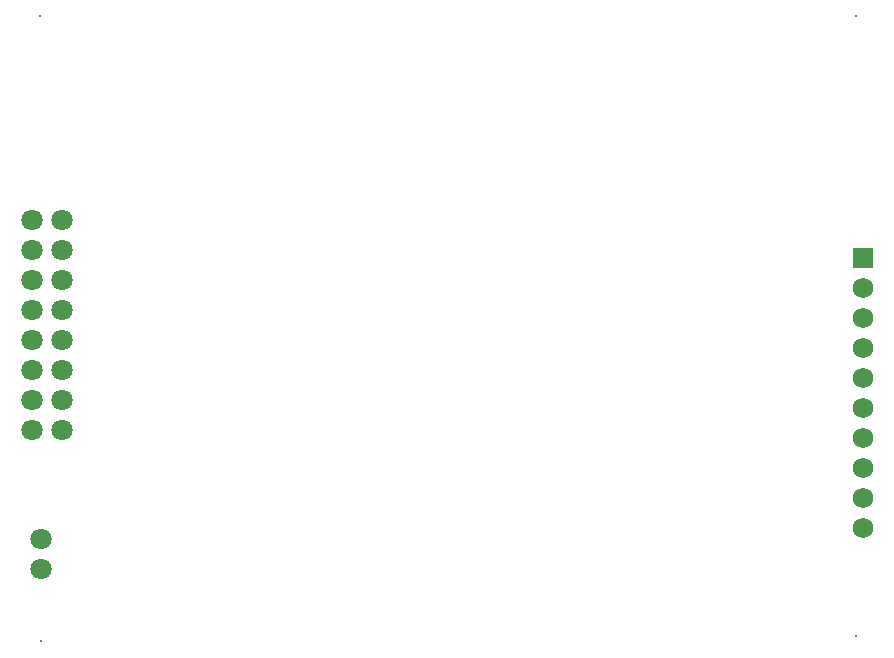
<source format=gbs>
G04 Layer_Color=16711935*
%FSLAX25Y25*%
%MOIN*%
G70*
G01*
G75*
%ADD57C,0.07099*%
%ADD58R,0.06800X0.06800*%
%ADD59C,0.06800*%
%ADD60R,0.00800X0.00800*%
D57*
X96457Y146614D02*
D03*
Y136614D02*
D03*
X93543Y182992D02*
D03*
Y192992D02*
D03*
Y202992D02*
D03*
Y212992D02*
D03*
Y222992D02*
D03*
Y232992D02*
D03*
Y242992D02*
D03*
Y252992D02*
D03*
X103543Y192992D02*
D03*
Y202992D02*
D03*
Y212992D02*
D03*
Y222992D02*
D03*
Y232992D02*
D03*
Y242992D02*
D03*
Y182992D02*
D03*
Y252992D02*
D03*
D58*
X370472Y240394D02*
D03*
D59*
Y230394D02*
D03*
Y220394D02*
D03*
Y210394D02*
D03*
Y200394D02*
D03*
Y190394D02*
D03*
Y180394D02*
D03*
Y170394D02*
D03*
Y160394D02*
D03*
Y150394D02*
D03*
D60*
X368110Y114173D02*
D03*
Y320866D02*
D03*
X96457Y112598D02*
D03*
X96063Y320866D02*
D03*
M02*

</source>
